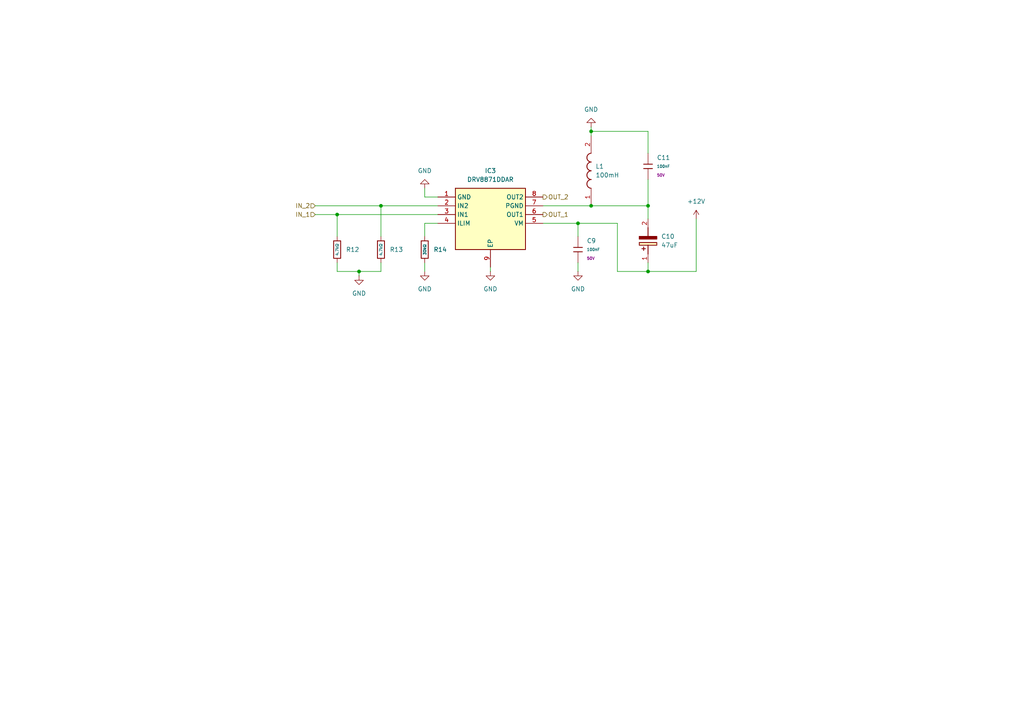
<source format=kicad_sch>
(kicad_sch (version 20250114) (generator "eeschema") (generator_version "9.0")
  (paper "A4")
  (lib_symbols
    (symbol "PCM_JLCPCB-Capacitors:0603,100nF" (pin_numbers (hide yes)) (pin_names (offset 0))
      (property "Reference" "C" (at 2.032 1.668 0))
      (property "Value" "100nF" (at 2.032 -0.3782 0))
      (property "Voltage Rated" "50V" (at 2.032 -2.0462 0))
      (symbol "0603,100nF_0_1"
        (polyline (pts (xy -1.27 0.635) (xy 1.27 0.635)) (stroke (width 0.254)))
        (polyline (pts (xy -1.27 -0.635) (xy 1.27 -0.635)) (stroke (width 0.254)))
      )
      (symbol "0603,100nF_1_1"
        (pin passive line (at 0 3.81 270) (length 3.175) (name "~") (number "1"))
        (pin passive line (at 0 -3.81 90) (length 3.175) (name "~") (number "2"))
      )
    )
    (symbol "PCM_JLCPCB-Resistors:0805,30kΩ" (pin_numbers (hide yes)) (pin_names (offset 0))
      (property "Reference" "R" (at 1.778 0 0))
      (property "Value" "30kΩ" (at 0 0 90))
      (symbol "0805,30kΩ_0_1"
        (rectangle (start -1.016 2.54) (end 1.016 -2.54) (stroke (width 0.254)))
      )
      (symbol "0805,30kΩ_1_1"
        (pin passive line (at 0 3.81 270) (length 1.27) (name "~") (number "1"))
        (pin passive line (at 0 -3.81 90) (length 1.27) (name "~") (number "2"))
      )
    )
    (symbol "PCM_JLCPCB-Resistors:1206,4.7kΩ" (pin_numbers (hide yes)) (pin_names (offset 0))
      (property "Reference" "R" (at 1.778 0 0))
      (property "Value" "4.7kΩ" (at 0 0 90))
      (symbol "1206,4.7kΩ_0_1"
        (rectangle (start -1.016 2.54) (end 1.016 -2.54) (stroke (width 0.254)))
      )
      (symbol "1206,4.7kΩ_1_1"
        (pin passive line (at 0 3.81 270) (length 1.27) (name "~") (number "1"))
        (pin passive line (at 0 -3.81 90) (length 1.27) (name "~") (number "2"))
      )
    )
    (symbol "SamacSys_Parts:DRV8871DDAR"
      (property "Reference" "IC" (at 26.67 7.62 0))
      (property "Value" "DRV8871DDAR" (at 26.67 5.08 0))
      (symbol "DRV8871DDAR_1_1"
        (rectangle (start 5.08 2.54) (end 25.4 -15.24) (stroke (width 0.254)) (fill (type background)))
        (pin passive line (at 0 0 0) (length 5.08) (name "GND") (number "1"))
        (pin passive line (at 0 -2.54 0) (length 5.08) (name "IN2") (number "2"))
        (pin passive line (at 0 -5.08 0) (length 5.08) (name "IN1") (number "3"))
        (pin passive line (at 0 -7.62 0) (length 5.08) (name "ILIM") (number "4"))
        (pin passive line (at 15.24 -20.32 90) (length 5.08) (name "EP") (number "9"))
        (pin passive line (at 30.48 0 180) (length 5.08) (name "OUT2") (number "8"))
        (pin passive line (at 30.48 -2.54 180) (length 5.08) (name "PGND") (number "7"))
        (pin passive line (at 30.48 -5.08 180) (length 5.08) (name "OUT1") (number "6"))
        (pin passive line (at 30.48 -7.62 180) (length 5.08) (name "VM") (number "5"))
      )
    )
    (symbol "SamacSys_Parts:RLB1014-104KL" (pin_names (hide yes))
      (property "Reference" "L" (at 16.51 6.35 0))
      (property "Value" "RLB1014-104KL" (at 16.51 3.81 0))
      (symbol "RLB1014-104KL_1_1"
        (arc (start 5.08 0) (mid 6.35 1.219) (end 7.62 0) (stroke (width 0.254)))
        (arc (start 7.62 0) (mid 8.89 1.219) (end 10.16 0) (stroke (width 0.254)))
        (arc (start 10.16 0) (mid 11.43 1.219) (end 12.7 0) (stroke (width 0.254)))
        (arc (start 12.7 0) (mid 13.97 1.219) (end 15.24 0) (stroke (width 0.254)))
        (pin passive line (at 0 0 0) (length 5.08) (name "1") (number "1"))
        (pin passive line (at 20.32 0 180) (length 5.08) (name "2") (number "2"))
      )
    )
    (symbol "SamacSys_Parts:RVT1H470M0607" (pin_names (hide yes))
      (property "Reference" "C" (at 8.89 6.35 0))
      (property "Value" "RVT1H470M0607" (at 8.89 3.81 0))
      (symbol "RVT1H470M0607_1_1"
        (polyline (pts (xy 2.54 0) (xy 5.08 0)) (stroke (width 0.254)))
        (polyline (pts (xy 4.064 1.778) (xy 4.064 0.762)) (stroke (width 0.254)))
        (polyline (pts (xy 4.572 1.27) (xy 3.556 1.27)) (stroke (width 0.254)))
        (rectangle (start 5.08 2.54) (end 5.842 -2.54) (stroke (width 0.254)) (fill (type background)))
        (polyline (pts (xy 7.62 2.54) (xy 7.62 -2.54) (xy 6.858 -2.54) (xy 6.858 2.54) (xy 7.62 2.54)) (stroke (width 0.254)) (fill (type outline)))
        (polyline (pts (xy 7.62 0) (xy 10.16 0)) (stroke (width 0.254)))
        (pin passive line (at 0 0 0) (length 2.54) (name "+") (number "1"))
        (pin passive line (at 12.7 0 180) (length 2.54) (name "-") (number "2"))
      )
    )
    (symbol "power:+12V" (power) (pin_numbers (hide yes)) (pin_names (offset 0) (hide yes))
      (property "Value" "+12V" (at 0 3.556 0))
      (symbol "+12V_0_1"
        (polyline (pts (xy -0.762 1.27) (xy 0 2.54)))
        (polyline (pts (xy 0 2.54) (xy 0.762 1.27)))
        (polyline (pts (xy 0 0) (xy 0 2.54)))
      )
      (symbol "+12V_1_1"
        (pin power_in line (at 0 0 90) (length 0) (name "~") (number "1"))
      )
    )
    (symbol "power:GND" (power) (pin_numbers (hide yes)) (pin_names (offset 0) (hide yes))
      (property "Value" "GND" (at 0 -3.81 0))
      (symbol "GND_0_1"
        (polyline (pts (xy 0 0) (xy 0 -1.27) (xy 1.27 -1.27) (xy 0 -2.54) (xy -1.27 -1.27) (xy 0 -1.27)))
      )
      (symbol "GND_1_1"
        (pin power_in line (at 0 0 270) (length 0) (name "~") (number "1"))
      )
    )
  )
  (junction (at 110.49 59.69))
  (junction (at 187.96 59.69))
  (junction (at 171.45 59.69))
  (junction (at 187.96 78.74))
  (junction (at 97.79 62.23))
  (junction (at 104.14 78.74))
  (junction (at 171.45 38.1))
  (junction (at 167.64 64.77))
  (wire (pts (xy 123.19 68.58) (xy 123.19 64.77)))
  (wire (pts (xy 110.49 59.69) (xy 127 59.69)))
  (wire (pts (xy 110.49 59.69) (xy 110.49 68.58)))
  (wire (pts (xy 123.19 76.2) (xy 123.19 78.74)))
  (wire (pts (xy 104.14 78.74) (xy 110.49 78.74)))
  (wire (pts (xy 187.96 59.69) (xy 171.45 59.69)))
  (wire (pts (xy 110.49 78.74) (xy 110.49 76.2)))
  (wire (pts (xy 187.96 44.45) (xy 187.96 38.1)))
  (wire (pts (xy 179.07 78.74) (xy 187.96 78.74)))
  (wire (pts (xy 187.96 59.69) (xy 187.96 63.5)))
  (wire (pts (xy 171.45 38.1) (xy 171.45 39.37)))
  (wire (pts (xy 91.44 62.23) (xy 97.79 62.23)))
  (wire (pts (xy 167.64 76.2) (xy 167.64 78.74)))
  (wire (pts (xy 123.19 54.61) (xy 123.19 57.15)))
  (wire (pts (xy 167.64 64.77) (xy 167.64 68.58)))
  (wire (pts (xy 97.79 78.74) (xy 104.14 78.74)))
  (wire (pts (xy 167.64 64.77) (xy 157.48 64.77)))
  (wire (pts (xy 171.45 36.83) (xy 171.45 38.1)))
  (wire (pts (xy 97.79 76.2) (xy 97.79 78.74)))
  (wire (pts (xy 187.96 38.1) (xy 171.45 38.1)))
  (wire (pts (xy 187.96 76.2) (xy 187.96 78.74)))
  (wire (pts (xy 123.19 64.77) (xy 127 64.77)))
  (wire (pts (xy 97.79 62.23) (xy 127 62.23)))
  (wire (pts (xy 179.07 64.77) (xy 167.64 64.77)))
  (wire (pts (xy 104.14 78.74) (xy 104.14 80.01)))
  (wire (pts (xy 91.44 59.69) (xy 110.49 59.69)))
  (wire (pts (xy 157.48 59.69) (xy 171.45 59.69)))
  (wire (pts (xy 97.79 62.23) (xy 97.79 68.58)))
  (wire (pts (xy 123.19 57.15) (xy 127 57.15)))
  (wire (pts (xy 201.93 78.74) (xy 201.93 63.5)))
  (wire (pts (xy 187.96 78.74) (xy 201.93 78.74)))
  (wire (pts (xy 179.07 78.74) (xy 179.07 64.77)))
  (wire (pts (xy 187.96 52.07) (xy 187.96 59.69)))
  (wire (pts (xy 142.24 77.47) (xy 142.24 78.74)))
  (hierarchical_label "IN_1" (shape input) (at 91.44 62.23 180))
  (hierarchical_label "OUT_1" (shape output) (at 157.48 62.23 0))
  (hierarchical_label "IN_2" (shape input) (at 91.44 59.69 180))
  (hierarchical_label "OUT_2" (shape output) (at 157.48 57.15 0))
  (symbol (lib_id "power:+12V") (at 201.93 63.5 0) (unit 1)
    (property "Reference" "#PWR035" (effects (hide yes)))
    (property "Value" "+12V" (at 201.93 58.42 0))
    (property "Description" "Power symbol creates a global label with name \"+12V\"" (effects (hide yes)))
  )
  (symbol (lib_id "PCM_JLCPCB-Capacitors:0603,100nF") (at 167.64 72.39 0) (unit 1)
    (property "Reference" "C9" (at 170.18 69.8499 0) (effects (justify left)))
    (property "Value" "100nF" (at 170.18 72.39 0) (effects (font (size 0.8 0.8)) (justify left)))
    (property "Footprint" "PCM_JLCPCB:C_0603" (effects (hide yes)))
    (property "Datasheet" "https://www.lcsc.com/datasheet/lcsc_datasheet_2211101700_YAGEO-CC0603KRX7R9BB104_C14663.pdf" (effects (hide yes)))
    (property "Description" "50V 100nF X7R ±10% 0603 Multilayer Ceramic Capacitors MLCC - SMD/SMT ROHS" (effects (hide yes)))
    (property "LCSC" "C14663" (effects (hide yes)))
    (property "Stock" "66445262" (effects (hide yes)))
    (property "Price" "0.006USD" (effects (hide yes)))
    (property "Process" "SMT" (effects (hide yes)))
    (property "Minimum Qty" "20" (effects (hide yes)))
    (property "Attrition Qty" "10" (effects (hide yes)))
    (property "Class" "Basic Component" (effects (hide yes)))
    (property "Category" "Capacitors,Multilayer Ceramic Capacitors MLCC - SMD/SMT" (effects (hide yes)))
    (property "Manufacturer" "YAGEO" (effects (hide yes)))
    (property "Part" "CC0603KRX7R9BB104" (effects (hide yes)))
    (property "Voltage Rated" "50V" (at 170.18 74.93 0) (effects (font (size 0.8 0.8)) (justify left)))
    (property "Tolerance" "±10%" (effects (hide yes)))
    (property "Capacitance" "100nF" (effects (hide yes)))
    (property "Temperature Coefficient" "X7R" (effects (hide yes)))
  )
  (symbol (lib_id "SamacSys_Parts:DRV8871DDAR") (at 127 57.15 0) (unit 1)
    (property "Reference" "IC3" (at 142.24 49.53 0))
    (property "Value" "DRV8871DDAR" (at 142.24 52.07 0))
    (property "Footprint" "SamacSys_Parts:SOIC127P600X170-9N" (effects (hide yes)))
    (property "Datasheet" "http://www.ti.com/lit/gpn/drv8871" (effects (hide yes)))
    (property "Description" "3.6A Brushed DC Motor Driver with Integrated Current Sensing (PWM Ctrl)" (effects (hide yes)))
    (property "Height" "1.7" (effects (hide yes)))
    (property "Manufacturer_Name" "Texas Instruments" (effects (hide yes)))
    (property "Manufacturer_Part_Number" "DRV8871DDAR" (effects (hide yes)))
    (property "Mouser Part Number" "595-DRV8871DDAR" (effects (hide yes)))
    (property "Mouser Price/Stock" "https://www.mouser.co.uk/ProductDetail/Texas-Instruments/DRV8871DDAR?qs=Fobv33ltQGgyLLxR4KUo2w%3D%3D" (effects (hide yes)))
    (property "Arrow Part Number" "DRV8871DDAR" (effects (hide yes)))
    (property "Arrow Price/Stock" "https://www.arrow.com/en/products/drv8871ddar/texas-instruments?utm_currency=USD&region=nac" (effects (hide yes)))
  )
  (symbol (lib_id "power:GND") (at 123.19 78.74 0) (unit 1)
    (property "Reference" "#PWR031" (effects (hide yes)))
    (property "Value" "GND" (at 123.19 83.82 0))
    (property "Description" "Power symbol creates a global label with name \"GND\" , ground" (effects (hide yes)))
  )
  (symbol (lib_id "power:GND") (at 167.64 78.74 0) (unit 1)
    (property "Reference" "#PWR033" (effects (hide yes)))
    (property "Value" "GND" (at 167.64 83.82 0))
    (property "Description" "Power symbol creates a global label with name \"GND\" , ground" (effects (hide yes)))
  )
  (symbol (lib_id "PCM_JLCPCB-Resistors:1206,4.7kΩ") (at 110.49 72.39 0) (unit 1)
    (property "Reference" "R13" (at 113.03 72.3899 0) (effects (justify left)))
    (property "Value" "4.7kΩ" (at 110.49 72.39 90) (effects (font (size 0.8 0.8))))
    (property "Footprint" "PCM_JLCPCB:R_1206" (effects (hide yes)))
    (property "Datasheet" "https://www.lcsc.com/datasheet/lcsc_datasheet_2206010145_UNI-ROYAL-Uniroyal-Elec-1206W4F4701T5E_C17936.pdf" (effects (hide yes)))
    (property "Description" "250mW Thick Film Resistors 200V ±100ppm/°C ±1% 4.7kΩ 1206 Chip Resistor - Surface Mount ROHS" (effects (hide yes)))
    (property "LCSC" "C17936" (effects (hide yes)))
    (property "Stock" "685992" (effects (hide yes)))
    (property "Price" "0.006USD" (effects (hide yes)))
    (property "Process" "SMT" (effects (hide yes)))
    (property "Minimum Qty" "20" (effects (hide yes)))
    (property "Attrition Qty" "10" (effects (hide yes)))
    (property "Class" "Basic Component" (effects (hide yes)))
    (property "Category" "Resistors,Chip Resistor - Surface Mount" (effects (hide yes)))
    (property "Manufacturer" "UNI-ROYAL(Uniroyal Elec)" (effects (hide yes)))
    (property "Part" "1206W4F4701T5E" (effects (hide yes)))
    (property "Resistance" "4.7kΩ" (effects (hide yes)))
    (property "Power(Watts)" "250mW" (effects (hide yes)))
    (property "Type" "Thick Film Resistors" (effects (hide yes)))
    (property "Overload Voltage (Max)" "200V" (effects (hide yes)))
    (property "Operating Temperature Range" "-55°C~+155°C" (effects (hide yes)))
    (property "Tolerance" "±1%" (effects (hide yes)))
    (property "Temperature Coefficient" "±100ppm/°C" (effects (hide yes)))
  )
  (symbol (lib_id "SamacSys_Parts:RVT1H470M0607") (at 187.96 76.2 90) (unit 1)
    (property "Reference" "C10" (at 191.77 68.5799 90) (effects (justify right)))
    (property "Value" "47uF" (at 191.77 71.1199 90) (effects (justify right)))
    (property "Footprint" "SamacSys_Parts:CAPAE660X820N" (effects (hide yes)))
    (property "Description" "Aluminum Electrolytic Capacitors - SMD 47uF +/-20% 50V SMD,6.3x7.7mm RoHS" (effects (hide yes)))
    (property "Height" "8.2" (effects (hide yes)))
    (property "Manufacturer_Name" "ROQANG" (effects (hide yes)))
    (property "Manufacturer_Part_Number" "RVT1H470M0607" (effects (hide yes)))
  )
  (symbol (lib_id "power:GND") (at 171.45 36.83 180) (unit 1)
    (property "Reference" "#PWR034" (effects (hide yes)))
    (property "Value" "GND" (at 171.45 31.75 0))
    (property "Description" "Power symbol creates a global label with name \"GND\" , ground" (effects (hide yes)))
  )
  (symbol (lib_id "power:GND") (at 142.24 78.74 0) (unit 1)
    (property "Reference" "#PWR032" (effects (hide yes)))
    (property "Value" "GND" (at 142.24 83.82 0))
    (property "Description" "Power symbol creates a global label with name \"GND\" , ground" (effects (hide yes)))
  )
  (symbol (lib_id "PCM_JLCPCB-Capacitors:0603,100nF") (at 187.96 48.26 0) (unit 1)
    (property "Reference" "C11" (at 190.5 45.7199 0) (effects (justify left)))
    (property "Value" "100nF" (at 190.5 48.26 0) (effects (font (size 0.8 0.8)) (justify left)))
    (property "Footprint" "PCM_JLCPCB:C_0603" (effects (hide yes)))
    (property "Datasheet" "https://www.lcsc.com/datasheet/lcsc_datasheet_2211101700_YAGEO-CC0603KRX7R9BB104_C14663.pdf" (effects (hide yes)))
    (property "Description" "50V 100nF X7R ±10% 0603 Multilayer Ceramic Capacitors MLCC - SMD/SMT ROHS" (effects (hide yes)))
    (property "LCSC" "C14663" (effects (hide yes)))
    (property "Stock" "66445262" (effects (hide yes)))
    (property "Price" "0.006USD" (effects (hide yes)))
    (property "Process" "SMT" (effects (hide yes)))
    (property "Minimum Qty" "20" (effects (hide yes)))
    (property "Attrition Qty" "10" (effects (hide yes)))
    (property "Class" "Basic Component" (effects (hide yes)))
    (property "Category" "Capacitors,Multilayer Ceramic Capacitors MLCC - SMD/SMT" (effects (hide yes)))
    (property "Manufacturer" "YAGEO" (effects (hide yes)))
    (property "Part" "CC0603KRX7R9BB104" (effects (hide yes)))
    (property "Voltage Rated" "50V" (at 190.5 50.8 0) (effects (font (size 0.8 0.8)) (justify left)))
    (property "Tolerance" "±10%" (effects (hide yes)))
    (property "Capacitance" "100nF" (effects (hide yes)))
    (property "Temperature Coefficient" "X7R" (effects (hide yes)))
  )
  (symbol (lib_id "power:GND") (at 104.14 80.01 0) (unit 1)
    (property "Reference" "#PWR029" (effects (hide yes)))
    (property "Value" "GND" (at 104.14 85.09 0))
    (property "Description" "Power symbol creates a global label with name \"GND\" , ground" (effects (hide yes)))
  )
  (symbol (lib_id "SamacSys_Parts:RLB1014-104KL") (at 171.45 59.69 90) (unit 1)
    (property "Reference" "L1" (at 172.72 48.2599 90) (effects (justify right)))
    (property "Value" "100mH" (at 172.72 50.7999 90) (effects (justify right)))
    (property "Footprint" "SamacSys_Parts:RLB1014104KL" (effects (hide yes)))
    (property "Datasheet" "https://componentsearchengine.com/Datasheets/2/RLB1014-104KL.pdf" (effects (hide yes)))
    (property "Description" "Inductor Power Wirewound 100mH 10% 1KHz 30Q-Factor Ferrite 40mA 300Ohm DCR RDL Bag" (effects (hide yes)))
    (property "Height" "12" (effects (hide yes)))
    (property "Manufacturer_Name" "Bourns" (effects (hide yes)))
    (property "Manufacturer_Part_Number" "RLB1014-104KL" (effects (hide yes)))
    (property "Mouser Part Number" "652-RLB1014-104KL" (effects (hide yes)))
    (property "Mouser Price/Stock" "https://www.mouser.co.uk/ProductDetail/Bourns/RLB1014-104KL?qs=AC4ivEYFOTCZeKctbbzO7g%3D%3D" (effects (hide yes)))
    (property "Arrow Part Number" "RLB1014-104KL" (effects (hide yes)))
    (property "Arrow Price/Stock" "https://www.arrow.com/en/products/rlb1014-104kl/bourns?region=nac" (effects (hide yes)))
  )
  (symbol (lib_id "PCM_JLCPCB-Resistors:0805,30kΩ") (at 123.19 72.39 0) (unit 1)
    (property "Reference" "R14" (at 125.73 72.3899 0) (effects (justify left)))
    (property "Value" "30kΩ" (at 123.19 72.39 90) (effects (font (size 0.8 0.8))))
    (property "Footprint" "PCM_JLCPCB:R_0805" (effects (hide yes)))
    (property "Datasheet" "https://www.lcsc.com/datasheet/lcsc_datasheet_2205311830_UNI-ROYAL-Uniroyal-Elec-0805W8F3002T5E_C17621.pdf" (effects (hide yes)))
    (property "Description" "125mW Thick Film Resistors 150V ±100ppm/°C ±1% 30kΩ 0805 Chip Resistor - Surface Mount ROHS" (effects (hide yes)))
    (property "LCSC" "C17621" (effects (hide yes)))
    (property "Stock" "394649" (effects (hide yes)))
    (property "Price" "0.005USD" (effects (hide yes)))
    (property "Process" "SMT" (effects (hide yes)))
    (property "Minimum Qty" "20" (effects (hide yes)))
    (property "Attrition Qty" "10" (effects (hide yes)))
    (property "Class" "Basic Component" (effects (hide yes)))
    (property "Category" "Resistors,Chip Resistor - Surface Mount" (effects (hide yes)))
    (property "Manufacturer" "UNI-ROYAL(Uniroyal Elec)" (effects (hide yes)))
    (property "Part" "0805W8F3002T5E" (effects (hide yes)))
    (property "Resistance" "30kΩ" (effects (hide yes)))
    (property "Power(Watts)" "125mW" (effects (hide yes)))
    (property "Type" "Thick Film Resistors" (effects (hide yes)))
    (property "Overload Voltage (Max)" "150V" (effects (hide yes)))
    (property "Operating Temperature Range" "-55°C~+155°C" (effects (hide yes)))
    (property "Tolerance" "±1%" (effects (hide yes)))
    (property "Temperature Coefficient" "±100ppm/°C" (effects (hide yes)))
  )
  (symbol (lib_id "PCM_JLCPCB-Resistors:1206,4.7kΩ") (at 97.79 72.39 0) (unit 1)
    (property "Reference" "R12" (at 100.33 72.3899 0) (effects (justify left)))
    (property "Value" "4.7kΩ" (at 97.79 72.39 90) (effects (font (size 0.8 0.8))))
    (property "Footprint" "PCM_JLCPCB:R_1206" (effects (hide yes)))
    (property "Datasheet" "https://www.lcsc.com/datasheet/lcsc_datasheet_2206010145_UNI-ROYAL-Uniroyal-Elec-1206W4F4701T5E_C17936.pdf" (effects (hide yes)))
    (property "Description" "250mW Thick Film Resistors 200V ±100ppm/°C ±1% 4.7kΩ 1206 Chip Resistor - Surface Mount ROHS" (effects (hide yes)))
    (property "LCSC" "C17936" (effects (hide yes)))
    (property "Stock" "685992" (effects (hide yes)))
    (property "Price" "0.006USD" (effects (hide yes)))
    (property "Process" "SMT" (effects (hide yes)))
    (property "Minimum Qty" "20" (effects (hide yes)))
    (property "Attrition Qty" "10" (effects (hide yes)))
    (property "Class" "Basic Component" (effects (hide yes)))
    (property "Category" "Resistors,Chip Resistor - Surface Mount" (effects (hide yes)))
    (property "Manufacturer" "UNI-ROYAL(Uniroyal Elec)" (effects (hide yes)))
    (property "Part" "1206W4F4701T5E" (effects (hide yes)))
    (property "Resistance" "4.7kΩ" (effects (hide yes)))
    (property "Power(Watts)" "250mW" (effects (hide yes)))
    (property "Type" "Thick Film Resistors" (effects (hide yes)))
    (property "Overload Voltage (Max)" "200V" (effects (hide yes)))
    (property "Operating Temperature Range" "-55°C~+155°C" (effects (hide yes)))
    (property "Tolerance" "±1%" (effects (hide yes)))
    (property "Temperature Coefficient" "±100ppm/°C" (effects (hide yes)))
  )
  (symbol (lib_id "power:GND") (at 123.19 54.61 180) (unit 1)
    (property "Reference" "#PWR030" (effects (hide yes)))
    (property "Value" "GND" (at 123.19 49.53 0))
    (property "Description" "Power symbol creates a global label with name \"GND\" , ground" (effects (hide yes)))
  )
)
</source>
